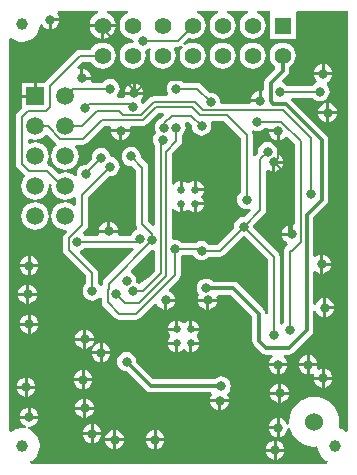
<source format=gbl>
%FSLAX25Y25*%
%MOIN*%
G70*
G01*
G75*
G04 Layer_Physical_Order=2*
G04 Layer_Color=16711680*
%ADD10R,0.17716X0.17716*%
%ADD11O,0.02559X0.00984*%
%ADD12O,0.00984X0.02559*%
%ADD13R,0.08661X0.08661*%
%ADD14O,0.03150X0.01496*%
%ADD15O,0.01496X0.03150*%
%ADD16R,0.05315X0.03740*%
%ADD17R,0.11811X0.00039*%
%ADD18R,0.01575X0.01575*%
%ADD19R,0.03937X0.14961*%
%ADD20R,0.14961X0.03937*%
%ADD21R,0.17913X0.03937*%
%ADD22R,0.03937X0.17913*%
%ADD23R,0.03937X0.03543*%
%ADD24R,0.03150X0.03543*%
%ADD25R,0.01969X0.02362*%
%ADD26R,0.02362X0.01969*%
%ADD27C,0.03937*%
%ADD28C,0.01969*%
%ADD29C,0.01000*%
%ADD30C,0.03937*%
%ADD31C,0.00787*%
%ADD32C,0.01181*%
G04:AMPARAMS|DCode=33|XSize=18.11mil|YSize=66.44mil|CornerRadius=0mil|HoleSize=0mil|Usage=FLASHONLY|Rotation=214.500|XOffset=0mil|YOffset=0mil|HoleType=Round|Shape=Rectangle|*
%AMROTATEDRECTD33*
4,1,4,-0.01135,0.03251,0.02628,-0.02225,0.01135,-0.03251,-0.02628,0.02225,-0.01135,0.03251,0.0*
%
%ADD33ROTATEDRECTD33*%

%ADD34R,0.01811X0.07992*%
%ADD35R,0.12598X0.05079*%
%ADD36R,0.12598X0.04764*%
%ADD37R,0.08583X0.15590*%
%ADD38R,1.00709X0.04764*%
%ADD39R,0.36142X0.03937*%
%ADD40R,0.19193X0.05079*%
%ADD41R,0.04724X0.03150*%
%ADD42R,0.03937X0.02913*%
%ADD43R,0.35500X0.02000*%
%ADD44C,0.05906*%
%ADD45R,0.05906X0.05906*%
%ADD46R,0.05512X0.05512*%
%ADD47C,0.05512*%
%ADD48C,0.06000*%
%ADD49C,0.02598*%
%ADD50C,0.03150*%
G36*
X384885Y278967D02*
X384180Y278615D01*
X383000Y279500D01*
X382049Y279690D01*
X381644Y280366D01*
X381648Y280379D01*
X381808Y282000D01*
X381648Y283621D01*
X381175Y285179D01*
X380408Y286615D01*
X379374Y287874D01*
X378116Y288908D01*
X376679Y289675D01*
X375121Y290148D01*
X373500Y290308D01*
X371879Y290148D01*
X370321Y289675D01*
X368884Y288908D01*
X367626Y287874D01*
X366592Y286615D01*
X365825Y285179D01*
X365352Y283621D01*
X365192Y282000D01*
X365276Y281149D01*
X364512Y280958D01*
X364251Y281588D01*
X363746Y282246D01*
X363088Y282751D01*
X362322Y283068D01*
X362000Y283111D01*
Y280000D01*
Y276889D01*
X362322Y276932D01*
X363088Y277249D01*
X363746Y277754D01*
X364251Y278412D01*
X364568Y279178D01*
X364672Y279968D01*
X365457Y280032D01*
X365825Y278821D01*
X366592Y277384D01*
X367626Y276126D01*
X368884Y275092D01*
X370321Y274325D01*
X371879Y273852D01*
X373500Y273692D01*
X374551Y273796D01*
X375000Y272000D01*
X376000Y270000D01*
X377500Y269000D01*
X377967Y268766D01*
X377786Y268000D01*
X278958D01*
X278832Y268777D01*
X279500Y269000D01*
X281000Y270500D01*
X282000Y273500D01*
Y274500D01*
X281500Y276500D01*
X280500Y278000D01*
X278500Y279500D01*
X278069Y279586D01*
X278198Y280363D01*
X278500Y280323D01*
X279322Y280432D01*
X280088Y280749D01*
X280746Y281254D01*
X281251Y281912D01*
X281569Y282678D01*
X281611Y283000D01*
X275389D01*
X275431Y282678D01*
X275749Y281912D01*
X276254Y281254D01*
X276912Y280749D01*
X277528Y280494D01*
Y280494D01*
X277528Y280494D01*
X277299Y279740D01*
X276000Y280000D01*
X274000Y279500D01*
X272285Y278643D01*
X271616Y279057D01*
Y409589D01*
X272310Y409960D01*
X273000Y409500D01*
X275000Y408500D01*
X276500D01*
X279500Y409500D01*
X281000Y411000D01*
X282000Y414000D01*
Y414101D01*
X282749Y414412D01*
X283254Y413754D01*
X283912Y413249D01*
X284678Y412931D01*
X285000Y412889D01*
Y416000D01*
X285500D01*
Y416500D01*
X288611D01*
X288568Y416822D01*
X288251Y417588D01*
X287799Y418178D01*
X287986Y418559D01*
X288236Y418885D01*
X301458D01*
X301611Y418112D01*
X300816Y417783D01*
X299911Y417089D01*
X299217Y416184D01*
X298781Y415131D01*
X298698Y414500D01*
X307302D01*
X307219Y415131D01*
X306783Y416184D01*
X306089Y417089D01*
X305184Y417783D01*
X304389Y418112D01*
X304542Y418885D01*
X311458D01*
X311611Y418112D01*
X310816Y417783D01*
X309911Y417089D01*
X309217Y416184D01*
X308781Y415131D01*
X308632Y414000D01*
X308781Y412870D01*
X309217Y411816D01*
X309911Y410911D01*
X310816Y410217D01*
X311870Y409781D01*
X312847Y409652D01*
X313327Y409027D01*
X313323Y409000D01*
X313327Y408973D01*
X312847Y408348D01*
X311870Y408219D01*
X310816Y407783D01*
X309911Y407089D01*
X309217Y406184D01*
X308781Y405130D01*
X308632Y404000D01*
X308781Y402870D01*
X309217Y401816D01*
X309911Y400911D01*
X310816Y400217D01*
X311870Y399781D01*
X313000Y399632D01*
X314130Y399781D01*
X315184Y400217D01*
X316089Y400911D01*
X316783Y401816D01*
X317219Y402870D01*
X317368Y404000D01*
X317219Y405130D01*
X317164Y405263D01*
X317465Y405991D01*
X318088Y406249D01*
X318576Y406623D01*
X319200Y406143D01*
X318781Y405130D01*
X318632Y404000D01*
X318781Y402870D01*
X319217Y401816D01*
X319911Y400911D01*
X320816Y400217D01*
X321869Y399781D01*
X323000Y399632D01*
X324131Y399781D01*
X325184Y400217D01*
X326089Y400911D01*
X326783Y401816D01*
X327219Y402870D01*
X327368Y404000D01*
X327219Y405130D01*
X326783Y406184D01*
X326704Y406287D01*
X327052Y406993D01*
X328000D01*
X328768Y407146D01*
X329194Y407431D01*
X329733Y406856D01*
X329217Y406184D01*
X328781Y405130D01*
X328632Y404000D01*
X328781Y402870D01*
X329217Y401816D01*
X329911Y400911D01*
X330816Y400217D01*
X331870Y399781D01*
X333000Y399632D01*
X334131Y399781D01*
X335184Y400217D01*
X336089Y400911D01*
X336783Y401816D01*
X337219Y402870D01*
X337368Y404000D01*
X337219Y405130D01*
X336783Y406184D01*
X336089Y407089D01*
X335184Y407783D01*
X334131Y408219D01*
X333000Y408368D01*
X331870Y408219D01*
X330816Y407783D01*
X330457Y407507D01*
X329938Y408099D01*
X331693Y409854D01*
X331870Y409781D01*
X333000Y409632D01*
X334131Y409781D01*
X335184Y410217D01*
X336089Y410911D01*
X336783Y411816D01*
X337219Y412870D01*
X337368Y414000D01*
X337219Y415131D01*
X336783Y416184D01*
X336089Y417089D01*
X335184Y417783D01*
X334389Y418112D01*
X334542Y418885D01*
X341458D01*
X341611Y418112D01*
X340816Y417783D01*
X339911Y417089D01*
X339217Y416184D01*
X338781Y415131D01*
X338632Y414000D01*
X338781Y412870D01*
X339217Y411816D01*
X339911Y410911D01*
X340816Y410217D01*
X341869Y409781D01*
X343000Y409632D01*
X344130Y409781D01*
X345184Y410217D01*
X346089Y410911D01*
X346783Y411816D01*
X347219Y412870D01*
X347368Y414000D01*
X347219Y415131D01*
X346783Y416184D01*
X346089Y417089D01*
X345184Y417783D01*
X344389Y418112D01*
X344542Y418885D01*
X351458D01*
X351611Y418112D01*
X350816Y417783D01*
X349911Y417089D01*
X349217Y416184D01*
X348781Y415131D01*
X348632Y414000D01*
X348781Y412870D01*
X349217Y411816D01*
X349911Y410911D01*
X350816Y410217D01*
X351870Y409781D01*
X353000Y409632D01*
X354131Y409781D01*
X355184Y410217D01*
X356089Y410911D01*
X356783Y411816D01*
X357219Y412870D01*
X357368Y414000D01*
X357219Y415131D01*
X356783Y416184D01*
X356089Y417089D01*
X355184Y417783D01*
X354389Y418112D01*
X354542Y418885D01*
X358669D01*
Y418885D01*
Y418331D01*
X358669Y418328D01*
X358669Y418328D01*
X358669D01*
Y409669D01*
X367331D01*
Y418328D01*
X367331D01*
X367331Y418328D01*
X367331Y418331D01*
X367885Y418885D01*
X384885D01*
Y278967D01*
D02*
G37*
%LPC*%
G36*
X277000Y296611D02*
X276678Y296568D01*
X275912Y296251D01*
X275254Y295746D01*
X274749Y295088D01*
X274431Y294322D01*
X274389Y294000D01*
X277000D01*
Y296611D01*
D02*
G37*
G36*
X379611Y296000D02*
X377000D01*
Y293389D01*
X377322Y293431D01*
X378088Y293749D01*
X378746Y294254D01*
X379251Y294912D01*
X379569Y295678D01*
X379611Y296000D01*
D02*
G37*
G36*
X376000D02*
X373389D01*
X373431Y295678D01*
X373749Y294912D01*
X374254Y294254D01*
X374912Y293749D01*
X375678Y293431D01*
X376000Y293389D01*
Y296000D01*
D02*
G37*
G36*
X278000Y296611D02*
Y294000D01*
X280611D01*
X280569Y294322D01*
X280251Y295088D01*
X279746Y295746D01*
X279088Y296251D01*
X278322Y296568D01*
X278000Y296611D01*
D02*
G37*
G36*
X297000Y299111D02*
Y296500D01*
X299611D01*
X299569Y296822D01*
X299251Y297588D01*
X298746Y298246D01*
X298088Y298751D01*
X297322Y299068D01*
X297000Y299111D01*
D02*
G37*
G36*
X296000D02*
X295678Y299068D01*
X294912Y298751D01*
X294254Y298246D01*
X293749Y297588D01*
X293431Y296822D01*
X293389Y296500D01*
X296000D01*
Y299111D01*
D02*
G37*
G36*
X374611Y300500D02*
X372000D01*
Y297889D01*
X372322Y297932D01*
X373015Y298219D01*
X373429Y297805D01*
X373561Y297634D01*
X373431Y297322D01*
X373389Y297000D01*
X376000D01*
Y299611D01*
X375678Y299569D01*
X374985Y299281D01*
X374571Y299695D01*
X374440Y299866D01*
X374569Y300178D01*
X374611Y300500D01*
D02*
G37*
G36*
X280611Y293000D02*
X278000D01*
Y290389D01*
X278322Y290431D01*
X279088Y290749D01*
X279746Y291254D01*
X280251Y291912D01*
X280569Y292678D01*
X280611Y293000D01*
D02*
G37*
G36*
X277000D02*
X274389D01*
X274431Y292678D01*
X274749Y291912D01*
X275254Y291254D01*
X275912Y290749D01*
X276678Y290431D01*
X277000Y290389D01*
Y293000D01*
D02*
G37*
G36*
X311000Y305177D02*
X310178Y305068D01*
X309412Y304751D01*
X308754Y304246D01*
X308249Y303588D01*
X307931Y302822D01*
X307823Y302000D01*
X307931Y301178D01*
X308249Y300412D01*
X308754Y299754D01*
X309412Y299249D01*
X310178Y298932D01*
X311000Y298823D01*
X311048Y298830D01*
X317470Y292407D01*
X317470Y292407D01*
X317470D01*
X317470Y292407D01*
X317470D01*
X317470Y292407D01*
Y292407D01*
Y292407D01*
D01*
D01*
X317470D01*
Y292407D01*
X318187Y291929D01*
X319032Y291761D01*
X339258D01*
X339606Y291055D01*
X339249Y290588D01*
X338931Y289822D01*
X338889Y289500D01*
X345111D01*
X345069Y289822D01*
X344751Y290588D01*
X344552Y290847D01*
X344655Y291628D01*
X344778Y291722D01*
X345283Y292380D01*
X345600Y293146D01*
X345708Y293969D01*
X345600Y294791D01*
X345283Y295557D01*
X344778Y296215D01*
X344120Y296720D01*
X343354Y297037D01*
X342531Y297145D01*
X341709Y297037D01*
X340943Y296720D01*
X340285Y296215D01*
X340256Y296176D01*
X319946D01*
X314170Y301952D01*
X314177Y302000D01*
X314069Y302822D01*
X313751Y303588D01*
X313246Y304246D01*
X312588Y304751D01*
X311822Y305068D01*
X311000Y305177D01*
D02*
G37*
G36*
X361500Y294611D02*
X361178Y294568D01*
X360412Y294251D01*
X359754Y293746D01*
X359249Y293088D01*
X358931Y292322D01*
X358889Y292000D01*
X361500D01*
Y294611D01*
D02*
G37*
G36*
X299611Y295500D02*
X297000D01*
Y292889D01*
X297322Y292932D01*
X298088Y293249D01*
X298746Y293754D01*
X299251Y294412D01*
X299569Y295178D01*
X299611Y295500D01*
D02*
G37*
G36*
X296000D02*
X293389D01*
X293431Y295178D01*
X293749Y294412D01*
X294254Y293754D01*
X294912Y293249D01*
X295678Y292932D01*
X296000Y292889D01*
Y295500D01*
D02*
G37*
G36*
X362500Y294611D02*
Y292000D01*
X365111D01*
X365069Y292322D01*
X364751Y293088D01*
X364246Y293746D01*
X363588Y294251D01*
X362822Y294568D01*
X362500Y294611D01*
D02*
G37*
G36*
X335195Y307638D02*
X332862D01*
Y305305D01*
X333113Y305338D01*
X333812Y305627D01*
X334412Y306088D01*
X334873Y306688D01*
X335162Y307387D01*
X335195Y307638D01*
D02*
G37*
G36*
X327138D02*
X324805D01*
X324838Y307387D01*
X325127Y306688D01*
X325588Y306088D01*
X326188Y305627D01*
X326887Y305338D01*
X327138Y305305D01*
Y307638D01*
D02*
G37*
G36*
X305611Y304500D02*
X303000D01*
Y301889D01*
X303322Y301932D01*
X304088Y302249D01*
X304746Y302754D01*
X305251Y303412D01*
X305569Y304178D01*
X305611Y304500D01*
D02*
G37*
G36*
X302000Y308111D02*
X301678Y308068D01*
X300912Y307751D01*
X300254Y307246D01*
X299749Y306588D01*
X299431Y305822D01*
X299389Y305500D01*
X302000D01*
Y308111D01*
D02*
G37*
G36*
X300111Y309000D02*
X297500D01*
Y306389D01*
X297822Y306432D01*
X298588Y306749D01*
X299246Y307254D01*
X299751Y307912D01*
X300068Y308678D01*
X300111Y309000D01*
D02*
G37*
G36*
X296500D02*
X293889D01*
X293932Y308678D01*
X294249Y307912D01*
X294754Y307254D01*
X295412Y306749D01*
X296178Y306432D01*
X296500Y306389D01*
Y309000D01*
D02*
G37*
G36*
X303000Y308111D02*
Y305500D01*
X305611D01*
X305569Y305822D01*
X305251Y306588D01*
X304746Y307246D01*
X304088Y307751D01*
X303322Y308068D01*
X303000Y308111D01*
D02*
G37*
G36*
X364611Y300500D02*
X362000D01*
Y297889D01*
X362322Y297932D01*
X363088Y298249D01*
X363746Y298754D01*
X364251Y299412D01*
X364568Y300178D01*
X364611Y300500D01*
D02*
G37*
G36*
X361000D02*
X358389D01*
X358432Y300178D01*
X358749Y299412D01*
X359254Y298754D01*
X359912Y298249D01*
X360678Y297932D01*
X361000Y297889D01*
Y300500D01*
D02*
G37*
G36*
X377000Y299611D02*
Y297000D01*
X379611D01*
X379569Y297322D01*
X379251Y298088D01*
X378746Y298746D01*
X378088Y299251D01*
X377322Y299569D01*
X377000Y299611D01*
D02*
G37*
G36*
X371000Y300500D02*
X368389D01*
X368431Y300178D01*
X368749Y299412D01*
X369254Y298754D01*
X369912Y298249D01*
X370678Y297932D01*
X371000Y297889D01*
Y300500D01*
D02*
G37*
G36*
X302000Y304500D02*
X299389D01*
X299431Y304178D01*
X299749Y303412D01*
X300254Y302754D01*
X300912Y302249D01*
X301678Y301932D01*
X302000Y301889D01*
Y304500D01*
D02*
G37*
G36*
X372000Y304111D02*
Y301500D01*
X374611D01*
X374569Y301822D01*
X374251Y302588D01*
X373746Y303246D01*
X373088Y303751D01*
X372322Y304068D01*
X372000Y304111D01*
D02*
G37*
G36*
X371000D02*
X370678Y304068D01*
X369912Y303751D01*
X369254Y303246D01*
X368749Y302588D01*
X368431Y301822D01*
X368389Y301500D01*
X371000D01*
Y304111D01*
D02*
G37*
G36*
X302611Y277500D02*
X300000D01*
Y274889D01*
X300322Y274932D01*
X301088Y275249D01*
X301746Y275754D01*
X302251Y276412D01*
X302569Y277178D01*
X302611Y277500D01*
D02*
G37*
G36*
X299000D02*
X296389D01*
X296431Y277178D01*
X296749Y276412D01*
X297254Y275754D01*
X297912Y275249D01*
X298678Y274932D01*
X299000Y274889D01*
Y277500D01*
D02*
G37*
G36*
X361000Y275611D02*
Y273000D01*
X363611D01*
X363568Y273322D01*
X363251Y274088D01*
X362746Y274746D01*
X362088Y275251D01*
X361322Y275569D01*
X361000Y275611D01*
D02*
G37*
G36*
X306500Y279111D02*
X306178Y279068D01*
X305412Y278751D01*
X304754Y278246D01*
X304249Y277588D01*
X303931Y276822D01*
X303889Y276500D01*
X306500D01*
Y279111D01*
D02*
G37*
G36*
X321000D02*
Y276500D01*
X323611D01*
X323569Y276822D01*
X323251Y277588D01*
X322746Y278246D01*
X322088Y278751D01*
X321322Y279068D01*
X321000Y279111D01*
D02*
G37*
G36*
X320000D02*
X319678Y279068D01*
X318912Y278751D01*
X318254Y278246D01*
X317749Y277588D01*
X317431Y276822D01*
X317389Y276500D01*
X320000D01*
Y279111D01*
D02*
G37*
G36*
X307500D02*
Y276500D01*
X310111D01*
X310068Y276822D01*
X309751Y277588D01*
X309246Y278246D01*
X308588Y278751D01*
X307822Y279068D01*
X307500Y279111D01*
D02*
G37*
G36*
X306500Y275500D02*
X303889D01*
X303931Y275178D01*
X304249Y274412D01*
X304754Y273754D01*
X305412Y273249D01*
X306178Y272932D01*
X306500Y272889D01*
Y275500D01*
D02*
G37*
G36*
X363611Y272000D02*
X361000D01*
Y269389D01*
X361322Y269431D01*
X362088Y269749D01*
X362746Y270254D01*
X363251Y270912D01*
X363568Y271678D01*
X363611Y272000D01*
D02*
G37*
G36*
X360000D02*
X357389D01*
X357432Y271678D01*
X357749Y270912D01*
X358254Y270254D01*
X358912Y269749D01*
X359678Y269431D01*
X360000Y269389D01*
Y272000D01*
D02*
G37*
G36*
X310111Y275500D02*
X307500D01*
Y272889D01*
X307822Y272932D01*
X308588Y273249D01*
X309246Y273754D01*
X309751Y274412D01*
X310068Y275178D01*
X310111Y275500D01*
D02*
G37*
G36*
X360000Y275611D02*
X359678Y275569D01*
X358912Y275251D01*
X358254Y274746D01*
X357749Y274088D01*
X357432Y273322D01*
X357389Y273000D01*
X360000D01*
Y275611D01*
D02*
G37*
G36*
X323611Y275500D02*
X321000D01*
Y272889D01*
X321322Y272932D01*
X322088Y273249D01*
X322746Y273754D01*
X323251Y274412D01*
X323569Y275178D01*
X323611Y275500D01*
D02*
G37*
G36*
X320000D02*
X317389D01*
X317431Y275178D01*
X317749Y274412D01*
X318254Y273754D01*
X318912Y273249D01*
X319678Y272932D01*
X320000Y272889D01*
Y275500D01*
D02*
G37*
G36*
X345111Y288500D02*
X342500D01*
Y285889D01*
X342822Y285931D01*
X343588Y286249D01*
X344246Y286754D01*
X344751Y287412D01*
X345069Y288178D01*
X345111Y288500D01*
D02*
G37*
G36*
X341500D02*
X338889D01*
X338931Y288178D01*
X339249Y287412D01*
X339754Y286754D01*
X340412Y286249D01*
X341178Y285931D01*
X341500Y285889D01*
Y288500D01*
D02*
G37*
G36*
X279000Y286611D02*
Y284000D01*
X281611D01*
X281569Y284322D01*
X281251Y285088D01*
X280746Y285746D01*
X280088Y286251D01*
X279322Y286568D01*
X279000Y286611D01*
D02*
G37*
G36*
X296500Y289611D02*
X296178Y289568D01*
X295412Y289251D01*
X294754Y288746D01*
X294249Y288088D01*
X293932Y287322D01*
X293889Y287000D01*
X296500D01*
Y289611D01*
D02*
G37*
G36*
X365111Y291000D02*
X362500D01*
Y288389D01*
X362822Y288432D01*
X363588Y288749D01*
X364246Y289254D01*
X364751Y289912D01*
X365069Y290678D01*
X365111Y291000D01*
D02*
G37*
G36*
X361500D02*
X358889D01*
X358931Y290678D01*
X359249Y289912D01*
X359754Y289254D01*
X360412Y288749D01*
X361178Y288432D01*
X361500Y288389D01*
Y291000D01*
D02*
G37*
G36*
X297500Y289611D02*
Y287000D01*
X300111D01*
X300068Y287322D01*
X299751Y288088D01*
X299246Y288746D01*
X298588Y289251D01*
X297822Y289568D01*
X297500Y289611D01*
D02*
G37*
G36*
X300000Y281111D02*
Y278500D01*
X302611D01*
X302569Y278822D01*
X302251Y279588D01*
X301746Y280246D01*
X301088Y280751D01*
X300322Y281068D01*
X300000Y281111D01*
D02*
G37*
G36*
X299000D02*
X298678Y281068D01*
X297912Y280751D01*
X297254Y280246D01*
X296749Y279588D01*
X296431Y278822D01*
X296389Y278500D01*
X299000D01*
Y281111D01*
D02*
G37*
G36*
X361000Y279500D02*
X358389D01*
X358432Y279178D01*
X358749Y278412D01*
X359254Y277754D01*
X359912Y277249D01*
X360678Y276932D01*
X361000Y276889D01*
Y279500D01*
D02*
G37*
G36*
Y283111D02*
X360678Y283068D01*
X359912Y282751D01*
X359254Y282246D01*
X358749Y281588D01*
X358432Y280822D01*
X358389Y280500D01*
X361000D01*
Y283111D01*
D02*
G37*
G36*
X278000Y286611D02*
X277678Y286568D01*
X276912Y286251D01*
X276254Y285746D01*
X275749Y285088D01*
X275431Y284322D01*
X275389Y284000D01*
X278000D01*
Y286611D01*
D02*
G37*
G36*
X300111Y286000D02*
X297500D01*
Y283389D01*
X297822Y283432D01*
X298588Y283749D01*
X299246Y284254D01*
X299751Y284912D01*
X300068Y285678D01*
X300111Y286000D01*
D02*
G37*
G36*
X296500D02*
X293889D01*
X293932Y285678D01*
X294249Y284912D01*
X294754Y284254D01*
X295412Y283749D01*
X296178Y283432D01*
X296500Y283389D01*
Y286000D01*
D02*
G37*
G36*
X377500Y388111D02*
X377178Y388069D01*
X376412Y387751D01*
X375754Y387246D01*
X375249Y386588D01*
X374932Y385822D01*
X374889Y385500D01*
X377500D01*
Y388111D01*
D02*
G37*
G36*
X381111Y384500D02*
X378500D01*
Y381889D01*
X378822Y381931D01*
X379588Y382249D01*
X380246Y382754D01*
X380751Y383412D01*
X381068Y384178D01*
X381111Y384500D01*
D02*
G37*
G36*
X378500Y388111D02*
Y385500D01*
X381111D01*
X381068Y385822D01*
X380751Y386588D01*
X380246Y387246D01*
X379588Y387751D01*
X378822Y388069D01*
X378500Y388111D01*
D02*
G37*
G36*
X280000Y395028D02*
X275972D01*
Y391000D01*
X280000D01*
Y395028D01*
D02*
G37*
G36*
X355000Y392111D02*
X354678Y392069D01*
X353912Y391751D01*
X353254Y391246D01*
X352749Y390588D01*
X352432Y389822D01*
X352389Y389500D01*
X355000D01*
Y392111D01*
D02*
G37*
G36*
X279000Y337111D02*
Y334500D01*
X281611D01*
X281569Y334822D01*
X281251Y335588D01*
X280746Y336246D01*
X280088Y336751D01*
X279322Y337069D01*
X279000Y337111D01*
D02*
G37*
G36*
X278000D02*
X277678Y337069D01*
X276912Y336751D01*
X276254Y336246D01*
X275749Y335588D01*
X275431Y334822D01*
X275389Y334500D01*
X278000D01*
Y337111D01*
D02*
G37*
G36*
X376500Y337611D02*
Y335000D01*
X379111D01*
X379068Y335322D01*
X378751Y336088D01*
X378246Y336746D01*
X377588Y337251D01*
X376822Y337568D01*
X376500Y337611D01*
D02*
G37*
G36*
X377500Y384500D02*
X374889D01*
X374932Y384178D01*
X375249Y383412D01*
X375754Y382754D01*
X376412Y382249D01*
X377178Y381931D01*
X377500Y381889D01*
Y384500D01*
D02*
G37*
G36*
X280500Y355067D02*
X279318Y354911D01*
X278217Y354455D01*
X277271Y353729D01*
X276545Y352783D01*
X276089Y351682D01*
X275933Y350500D01*
X276089Y349318D01*
X276545Y348217D01*
X277271Y347271D01*
X278217Y346545D01*
X279318Y346089D01*
X280500Y345933D01*
X281682Y346089D01*
X282783Y346545D01*
X283729Y347271D01*
X284455Y348217D01*
X284911Y349318D01*
X285067Y350500D01*
X284911Y351682D01*
X284455Y352783D01*
X283729Y353729D01*
X282783Y354455D01*
X281682Y354911D01*
X280500Y355067D01*
D02*
G37*
G36*
X313000Y394611D02*
X312678Y394568D01*
X311912Y394251D01*
X311254Y393746D01*
X310749Y393088D01*
X310432Y392322D01*
X310389Y392000D01*
X313000D01*
Y394611D01*
D02*
G37*
G36*
X353000Y408368D02*
X351870Y408219D01*
X350816Y407783D01*
X349911Y407089D01*
X349217Y406184D01*
X348781Y405130D01*
X348632Y404000D01*
X348781Y402870D01*
X349217Y401816D01*
X349911Y400911D01*
X350816Y400217D01*
X351870Y399781D01*
X353000Y399632D01*
X354131Y399781D01*
X355184Y400217D01*
X356089Y400911D01*
X356783Y401816D01*
X357219Y402870D01*
X357368Y404000D01*
X357219Y405130D01*
X356783Y406184D01*
X356089Y407089D01*
X355184Y407783D01*
X354131Y408219D01*
X353000Y408368D01*
D02*
G37*
G36*
X343000D02*
X341869Y408219D01*
X340816Y407783D01*
X339911Y407089D01*
X339217Y406184D01*
X338781Y405130D01*
X338632Y404000D01*
X338781Y402870D01*
X339217Y401816D01*
X339911Y400911D01*
X340816Y400217D01*
X341869Y399781D01*
X343000Y399632D01*
X344130Y399781D01*
X345184Y400217D01*
X346089Y400911D01*
X346783Y401816D01*
X347219Y402870D01*
X347368Y404000D01*
X347219Y405130D01*
X346783Y406184D01*
X346089Y407089D01*
X345184Y407783D01*
X344130Y408219D01*
X343000Y408368D01*
D02*
G37*
G36*
X302500Y413500D02*
X298698D01*
X298781Y412870D01*
X299217Y411816D01*
X299911Y410911D01*
X300816Y410217D01*
X301870Y409781D01*
X302500Y409698D01*
Y413500D01*
D02*
G37*
G36*
X288611Y415500D02*
X286000D01*
Y412889D01*
X286322Y412931D01*
X287088Y413249D01*
X287746Y413754D01*
X288251Y414412D01*
X288568Y415178D01*
X288611Y415500D01*
D02*
G37*
G36*
X307302Y413500D02*
X303500D01*
Y409698D01*
X304131Y409781D01*
X305184Y410217D01*
X306089Y410911D01*
X306783Y411816D01*
X307219Y412870D01*
X307302Y413500D01*
D02*
G37*
G36*
X296500Y399611D02*
Y397000D01*
X299111D01*
X299068Y397322D01*
X298751Y398088D01*
X298246Y398746D01*
X297588Y399251D01*
X296822Y399569D01*
X296500Y399611D01*
D02*
G37*
G36*
X314000Y394611D02*
Y392000D01*
X316611D01*
X316568Y392322D01*
X316251Y393088D01*
X315746Y393746D01*
X315088Y394251D01*
X314322Y394568D01*
X314000Y394611D01*
D02*
G37*
G36*
X376000Y401111D02*
X375678Y401068D01*
X374912Y400751D01*
X374254Y400246D01*
X373749Y399588D01*
X373431Y398822D01*
X373389Y398500D01*
X376000D01*
Y401111D01*
D02*
G37*
G36*
X363000Y408368D02*
X361870Y408219D01*
X360816Y407783D01*
X359911Y407089D01*
X359217Y406184D01*
X358781Y405130D01*
X358632Y404000D01*
X358781Y402870D01*
X359217Y401816D01*
X359911Y400911D01*
X360500Y400459D01*
X360552Y399674D01*
X357439Y396561D01*
X356960Y395845D01*
X356792Y395000D01*
Y392604D01*
X356200Y392085D01*
X356000Y392111D01*
Y389000D01*
X355500D01*
Y388500D01*
X352389D01*
X352410Y388343D01*
X351890Y387751D01*
X342675D01*
X342156Y388343D01*
X342177Y388500D01*
X342069Y389322D01*
X341751Y390088D01*
X341246Y390746D01*
X340588Y391251D01*
X339822Y391568D01*
X339000Y391677D01*
X338701Y391637D01*
X335919Y394419D01*
X335268Y394854D01*
X334500Y395007D01*
X329930D01*
X329746Y395246D01*
X329088Y395751D01*
X328322Y396069D01*
X327500Y396177D01*
X326678Y396069D01*
X325912Y395751D01*
X325254Y395246D01*
X324749Y394588D01*
X324431Y393822D01*
X324323Y393000D01*
X324431Y392178D01*
X324749Y391412D01*
X324901Y391213D01*
X324553Y390507D01*
X320000D01*
X319232Y390354D01*
X318581Y389919D01*
X316691Y388030D01*
X315919Y388183D01*
X315751Y388588D01*
X315672Y388691D01*
X315746Y389254D01*
X316251Y389912D01*
X316568Y390678D01*
X316611Y391000D01*
X310389D01*
X310432Y390678D01*
X310438Y390662D01*
X310001Y390007D01*
X307998D01*
X307745Y390753D01*
X307746Y390754D01*
X308251Y391412D01*
X308569Y392178D01*
X308677Y393000D01*
X308569Y393822D01*
X308251Y394588D01*
X307746Y395246D01*
X307088Y395751D01*
X306322Y396069D01*
X305500Y396177D01*
X304678Y396069D01*
X303912Y395751D01*
X303254Y395246D01*
X303070Y395007D01*
X299499D01*
X299062Y395662D01*
X299068Y395678D01*
X299111Y396000D01*
X296000D01*
Y396500D01*
X295500D01*
Y399611D01*
X295178Y399569D01*
X294873Y399442D01*
X294435Y400097D01*
X296331Y401993D01*
X299144D01*
X299217Y401816D01*
X299911Y400911D01*
X300816Y400217D01*
X301870Y399781D01*
X303000Y399632D01*
X304131Y399781D01*
X305184Y400217D01*
X306089Y400911D01*
X306783Y401816D01*
X307219Y402870D01*
X307368Y404000D01*
X307219Y405130D01*
X306783Y406184D01*
X306089Y407089D01*
X305184Y407783D01*
X304131Y408219D01*
X303000Y408368D01*
X301870Y408219D01*
X300816Y407783D01*
X299911Y407089D01*
X299217Y406184D01*
X299144Y406007D01*
X295500D01*
X294732Y405854D01*
X294081Y405419D01*
X284081Y395419D01*
X283819Y395028D01*
X281000D01*
Y390500D01*
X280500D01*
Y390000D01*
X275972D01*
Y386311D01*
X274581Y384919D01*
X274146Y384268D01*
X273993Y383500D01*
Y368000D01*
X273993Y368000D01*
X273993D01*
X274146Y367232D01*
X274581Y366581D01*
X277081Y364081D01*
X277271Y363729D01*
X277271Y363729D01*
X277271D01*
X276545Y362783D01*
X276089Y361682D01*
X275933Y360500D01*
X276089Y359318D01*
X276545Y358217D01*
X277271Y357271D01*
X278217Y356545D01*
X279318Y356089D01*
X280500Y355933D01*
X281682Y356089D01*
X282783Y356545D01*
X283729Y357271D01*
X284455Y358217D01*
X284911Y359318D01*
X285067Y360500D01*
X284985Y361122D01*
X285338Y361297D01*
X285978Y360838D01*
X285933Y360500D01*
X286089Y359318D01*
X286545Y358217D01*
X287271Y357271D01*
X288217Y356545D01*
X289318Y356089D01*
X290500Y355933D01*
X291682Y356089D01*
X292783Y356545D01*
X293389Y357010D01*
X294095Y356662D01*
Y354338D01*
X293389Y353990D01*
X292783Y354455D01*
X291682Y354911D01*
X290500Y355067D01*
X289318Y354911D01*
X288217Y354455D01*
X287271Y353729D01*
X286545Y352783D01*
X286089Y351682D01*
X285933Y350500D01*
X286089Y349318D01*
X286545Y348217D01*
X287271Y347271D01*
X288217Y346545D01*
X289318Y346089D01*
X290500Y345933D01*
X290665Y345955D01*
X291013Y345249D01*
X290325Y344561D01*
X289890Y343910D01*
X289737Y343142D01*
Y339244D01*
X289737Y339244D01*
X289737D01*
X289890Y338476D01*
X290325Y337825D01*
X297493Y330657D01*
Y327930D01*
X297254Y327746D01*
X296749Y327088D01*
X296431Y326322D01*
X296323Y325500D01*
X296431Y324678D01*
X296749Y323912D01*
X297254Y323254D01*
X297912Y322749D01*
X298678Y322431D01*
X299500Y322323D01*
X300322Y322431D01*
X301088Y322749D01*
X301746Y323254D01*
X301991Y323573D01*
X302737Y323320D01*
Y321756D01*
X302890Y320988D01*
X303325Y320337D01*
X307081Y316581D01*
X307732Y316146D01*
X307859Y316120D01*
X308500Y315993D01*
X314000D01*
X314768Y316146D01*
X315419Y316581D01*
X320309Y321470D01*
X321081Y321317D01*
X321249Y320912D01*
X321754Y320254D01*
X322412Y319749D01*
X323178Y319431D01*
X323500Y319389D01*
Y322500D01*
X324000D01*
Y323000D01*
X327111D01*
X327068Y323322D01*
X326751Y324088D01*
X326246Y324746D01*
X325588Y325251D01*
X325183Y325419D01*
X325030Y326191D01*
X328419Y329581D01*
X328854Y330232D01*
X329007Y331000D01*
X329007Y331000D01*
X329007Y331000D01*
Y331000D01*
Y337070D01*
X329246Y337254D01*
X329430Y337493D01*
X333215D01*
X333249Y337412D01*
X333754Y336754D01*
X334412Y336249D01*
X335178Y335931D01*
X336000Y335823D01*
X336822Y335931D01*
X337588Y336249D01*
X338246Y336754D01*
X338430Y336993D01*
X342000D01*
X342768Y337146D01*
X343419Y337581D01*
X349701Y343863D01*
X350000Y343823D01*
X350299Y343863D01*
X357993Y336169D01*
Y318000D01*
X357208D01*
X357040Y318845D01*
X356561Y319561D01*
X348061Y328061D01*
X347345Y328540D01*
X346500Y328708D01*
X339776D01*
X339746Y328746D01*
X339088Y329251D01*
X338322Y329569D01*
X337500Y329677D01*
X336678Y329569D01*
X335912Y329251D01*
X335254Y328746D01*
X334749Y328088D01*
X334432Y327322D01*
X334323Y326500D01*
X334432Y325678D01*
X334749Y324912D01*
X335254Y324254D01*
X335272Y324118D01*
X335249Y324088D01*
X334931Y323322D01*
X334889Y323000D01*
X341111D01*
X341069Y323322D01*
X340938Y323638D01*
X341375Y324292D01*
X345585D01*
X352792Y317086D01*
Y309000D01*
X352960Y308155D01*
X353439Y307439D01*
X353439Y307439D01*
X353439Y307439D01*
X355939Y304939D01*
X356655Y304460D01*
X357500Y304292D01*
X359392D01*
X359645Y303547D01*
X359254Y303246D01*
X358749Y302588D01*
X358432Y301822D01*
X358389Y301500D01*
X364611D01*
X364568Y301822D01*
X364251Y302588D01*
X363746Y303246D01*
X363355Y303547D01*
X363608Y304292D01*
X365000D01*
X365845Y304460D01*
X366561Y304939D01*
X372561Y310939D01*
X373040Y311655D01*
X373208Y312500D01*
Y318907D01*
X373980Y319060D01*
X374249Y318412D01*
X374754Y317754D01*
X375412Y317249D01*
X376178Y316932D01*
X376500Y316889D01*
Y320000D01*
Y323111D01*
X376178Y323068D01*
X375412Y322751D01*
X374754Y322246D01*
X374249Y321588D01*
X373980Y320939D01*
X373208Y321093D01*
Y331782D01*
X373914Y332131D01*
X374412Y331749D01*
X375178Y331432D01*
X375500Y331389D01*
Y334500D01*
Y337611D01*
X375178Y337568D01*
X374412Y337251D01*
X373914Y336869D01*
X373208Y337218D01*
Y350074D01*
X377561Y354427D01*
X377561Y354427D01*
X377561Y354427D01*
X378040Y355143D01*
X378208Y355988D01*
Y376000D01*
X378040Y376845D01*
X377561Y377561D01*
X365857Y389265D01*
X366158Y389993D01*
X373070D01*
X373254Y389754D01*
X373912Y389249D01*
X374678Y388931D01*
X375500Y388823D01*
X376322Y388931D01*
X377088Y389249D01*
X377746Y389754D01*
X378251Y390412D01*
X378569Y391178D01*
X378677Y392000D01*
X378569Y392822D01*
X378251Y393588D01*
X377746Y394246D01*
X377642Y394326D01*
X377745Y395107D01*
X378088Y395249D01*
X378746Y395754D01*
X379251Y396412D01*
X379569Y397178D01*
X379611Y397500D01*
X373389D01*
X373431Y397178D01*
X373749Y396412D01*
X374254Y395754D01*
X374358Y395674D01*
X374255Y394893D01*
X373912Y394751D01*
X373254Y394246D01*
X373070Y394007D01*
X364430D01*
X364246Y394246D01*
X363588Y394751D01*
X363030Y394982D01*
X362877Y395755D01*
X364561Y397439D01*
X365040Y398155D01*
X365208Y399000D01*
X365208Y399000D01*
X365208Y399000D01*
Y399000D01*
Y400235D01*
X366089Y400911D01*
X366783Y401816D01*
X367219Y402870D01*
X367368Y404000D01*
X367219Y405130D01*
X366783Y406184D01*
X366089Y407089D01*
X365184Y407783D01*
X364130Y408219D01*
X363000Y408368D01*
D02*
G37*
G36*
X377000Y401111D02*
Y398500D01*
X379611D01*
X379569Y398822D01*
X379251Y399588D01*
X378746Y400246D01*
X378088Y400751D01*
X377322Y401068D01*
X377000Y401111D01*
D02*
G37*
G36*
X379111Y334000D02*
X376500D01*
Y331389D01*
X376822Y331432D01*
X377588Y331749D01*
X378246Y332254D01*
X378751Y332912D01*
X379068Y333678D01*
X379111Y334000D01*
D02*
G37*
G36*
X327111Y322000D02*
X324500D01*
Y319389D01*
X324822Y319431D01*
X325588Y319749D01*
X326246Y320254D01*
X326751Y320912D01*
X327068Y321678D01*
X327111Y322000D01*
D02*
G37*
G36*
X337500D02*
X334889D01*
X334931Y321678D01*
X335249Y320912D01*
X335754Y320254D01*
X336412Y319749D01*
X337178Y319431D01*
X337500Y319389D01*
Y322000D01*
D02*
G37*
G36*
X380111Y319500D02*
X377500D01*
Y316889D01*
X377822Y316932D01*
X378588Y317249D01*
X379246Y317754D01*
X379751Y318412D01*
X380068Y319178D01*
X380111Y319500D01*
D02*
G37*
G36*
X278000Y317611D02*
X277678Y317568D01*
X276912Y317251D01*
X276254Y316746D01*
X275749Y316088D01*
X275431Y315322D01*
X275389Y315000D01*
X278000D01*
Y317611D01*
D02*
G37*
G36*
X279000D02*
Y315000D01*
X281611D01*
X281569Y315322D01*
X281251Y316088D01*
X280746Y316746D01*
X280088Y317251D01*
X279322Y317568D01*
X279000Y317611D01*
D02*
G37*
G36*
X281111Y324000D02*
X278500D01*
Y321389D01*
X278822Y321431D01*
X279588Y321749D01*
X280246Y322254D01*
X280751Y322912D01*
X281068Y323678D01*
X281111Y324000D01*
D02*
G37*
G36*
X277500D02*
X274889D01*
X274932Y323678D01*
X275249Y322912D01*
X275754Y322254D01*
X276412Y321749D01*
X277178Y321431D01*
X277500Y321389D01*
Y324000D01*
D02*
G37*
G36*
Y327611D02*
X277178Y327569D01*
X276412Y327251D01*
X275754Y326746D01*
X275249Y326088D01*
X274932Y325322D01*
X274889Y325000D01*
X277500D01*
Y327611D01*
D02*
G37*
G36*
X341111Y322000D02*
X338500D01*
Y319389D01*
X338822Y319431D01*
X339588Y319749D01*
X340246Y320254D01*
X340751Y320912D01*
X341069Y321678D01*
X341111Y322000D01*
D02*
G37*
G36*
X377500Y323111D02*
Y320500D01*
X380111D01*
X380068Y320822D01*
X379751Y321588D01*
X379246Y322246D01*
X378588Y322751D01*
X377822Y323068D01*
X377500Y323111D01*
D02*
G37*
G36*
X297500Y312611D02*
Y310000D01*
X300111D01*
X300068Y310322D01*
X299751Y311088D01*
X299246Y311746D01*
X298588Y312251D01*
X297822Y312568D01*
X297500Y312611D01*
D02*
G37*
G36*
X278000Y314000D02*
X275389D01*
X275431Y313678D01*
X275749Y312912D01*
X276254Y312254D01*
X276912Y311749D01*
X277678Y311432D01*
X278000Y311389D01*
Y314000D01*
D02*
G37*
G36*
X296500Y312611D02*
X296178Y312568D01*
X295412Y312251D01*
X294754Y311746D01*
X294249Y311088D01*
X293932Y310322D01*
X293889Y310000D01*
X296500D01*
Y312611D01*
D02*
G37*
G36*
X281611Y333500D02*
X279000D01*
Y330889D01*
X279322Y330931D01*
X280088Y331249D01*
X280746Y331754D01*
X281251Y332412D01*
X281569Y333178D01*
X281611Y333500D01*
D02*
G37*
G36*
X278000D02*
X275389D01*
X275431Y333178D01*
X275749Y332412D01*
X276254Y331754D01*
X276912Y331249D01*
X277678Y330931D01*
X278000Y330889D01*
Y333500D01*
D02*
G37*
G36*
X332862Y315695D02*
Y313362D01*
X335195D01*
X335162Y313613D01*
X334873Y314312D01*
X334412Y314912D01*
X333812Y315373D01*
X333113Y315662D01*
X332862Y315695D01*
D02*
G37*
G36*
X331862D02*
X331612Y315662D01*
X330913Y315373D01*
X330312Y314912D01*
X329688D01*
X329087Y315373D01*
X328388Y315662D01*
X328138Y315695D01*
Y312862D01*
X327638D01*
Y312362D01*
X324805D01*
X324838Y312112D01*
X325127Y311413D01*
X325588Y310812D01*
Y310188D01*
X325127Y309587D01*
X324838Y308888D01*
X324805Y308638D01*
X327638D01*
Y308138D01*
X328138D01*
Y305305D01*
X328388Y305338D01*
X329087Y305627D01*
X329688Y306088D01*
X330312D01*
X330913Y305627D01*
X331612Y305338D01*
X331862Y305305D01*
Y308138D01*
X332362D01*
Y308638D01*
X335195D01*
X335162Y308888D01*
X334873Y309587D01*
X334412Y310188D01*
Y310812D01*
X334873Y311413D01*
X335162Y312112D01*
X335195Y312362D01*
X332362D01*
Y312862D01*
X331862D01*
Y315695D01*
D02*
G37*
G36*
X327138D02*
X326887Y315662D01*
X326188Y315373D01*
X325588Y314912D01*
X325127Y314312D01*
X324838Y313613D01*
X324805Y313362D01*
X327138D01*
Y315695D01*
D02*
G37*
G36*
X278500Y327611D02*
Y325000D01*
X281111D01*
X281068Y325322D01*
X280751Y326088D01*
X280246Y326746D01*
X279588Y327251D01*
X278822Y327569D01*
X278500Y327611D01*
D02*
G37*
G36*
X281611Y314000D02*
X279000D01*
Y311389D01*
X279322Y311432D01*
X280088Y311749D01*
X280746Y312254D01*
X281251Y312912D01*
X281569Y313678D01*
X281611Y314000D01*
D02*
G37*
%LPD*%
G36*
X313427Y339265D02*
X303581Y329419D01*
X303146Y328768D01*
X302993Y328000D01*
Y327396D01*
X302336Y327123D01*
X302247Y327093D01*
X301746Y327746D01*
X301507Y327930D01*
Y331488D01*
X301380Y332129D01*
X301354Y332256D01*
X300919Y332907D01*
X295521Y338305D01*
X295675Y339078D01*
X296088Y339249D01*
X296746Y339754D01*
X296930Y339993D01*
X313126D01*
X313427Y339265D01*
D02*
G37*
G36*
X320418Y338847D02*
Y332257D01*
X318090Y329928D01*
X315246Y327746D01*
X314588Y328251D01*
X314105Y328452D01*
X314177Y329000D01*
X314069Y329822D01*
X313751Y330588D01*
X313246Y331246D01*
X312588Y331751D01*
X312537Y331772D01*
X312383Y332545D01*
X319201Y339363D01*
X319500Y339323D01*
X319826Y339366D01*
X320418Y338847D01*
D02*
G37*
G36*
X348993Y376669D02*
Y358430D01*
X348754Y358246D01*
X348249Y357588D01*
X347932Y356822D01*
X347823Y356000D01*
X347932Y355178D01*
X348249Y354412D01*
X348754Y353754D01*
X349412Y353249D01*
X350178Y352931D01*
X351000Y352823D01*
X351822Y352931D01*
X352127Y353058D01*
X352565Y352403D01*
X350299Y350137D01*
X350000Y350177D01*
X349178Y350068D01*
X348412Y349751D01*
X347754Y349246D01*
X347249Y348588D01*
X346932Y347822D01*
X346823Y347000D01*
X346863Y346701D01*
X341169Y341007D01*
X338430D01*
X338246Y341246D01*
X337588Y341751D01*
X336822Y342069D01*
X336000Y342177D01*
X335178Y342069D01*
X334412Y341751D01*
X334093Y341507D01*
X329430D01*
X329246Y341746D01*
X328588Y342251D01*
X327822Y342568D01*
X327000Y342677D01*
X326599Y342624D01*
X326007Y343143D01*
Y352772D01*
X326753Y353025D01*
X327088Y352588D01*
X327688Y352127D01*
X328387Y351838D01*
X328638Y351805D01*
Y354638D01*
X329638D01*
Y351805D01*
X329888Y351838D01*
X330587Y352127D01*
X331188Y352588D01*
X331812D01*
X332413Y352127D01*
X333112Y351838D01*
X333362Y351805D01*
Y354638D01*
X333862D01*
Y355138D01*
X336695D01*
X336662Y355388D01*
X336373Y356087D01*
X335912Y356688D01*
Y357312D01*
X336373Y357913D01*
X336662Y358612D01*
X336695Y358862D01*
X333862D01*
Y359362D01*
X333362D01*
Y362195D01*
X333112Y362162D01*
X332413Y361873D01*
X331812Y361412D01*
X331188D01*
X330587Y361873D01*
X329888Y362162D01*
X329638Y362195D01*
Y359362D01*
X328638D01*
Y362195D01*
X328387Y362162D01*
X327688Y361873D01*
X327088Y361412D01*
X326753Y360975D01*
X326007Y361228D01*
Y371169D01*
X328919Y374081D01*
X329354Y374732D01*
X329507Y375500D01*
Y377570D01*
X329746Y377754D01*
X330251Y378412D01*
X330569Y379178D01*
X330677Y380000D01*
X330569Y380822D01*
X330355Y381338D01*
X330792Y381993D01*
X331669D01*
X332863Y380799D01*
X332823Y380500D01*
X332931Y379678D01*
X333249Y378912D01*
X333754Y378254D01*
X334412Y377749D01*
X335178Y377432D01*
X336000Y377323D01*
X336822Y377432D01*
X337588Y377749D01*
X338246Y378254D01*
X338751Y378912D01*
X339069Y379678D01*
X339177Y380500D01*
X339069Y381322D01*
X338992Y381507D01*
X339429Y382162D01*
X343499D01*
X348993Y376669D01*
D02*
G37*
G36*
X323352Y384191D02*
X322081Y382919D01*
X321990Y382784D01*
X321912Y382751D01*
X321254Y382246D01*
X320749Y381588D01*
X320431Y380822D01*
X320323Y380000D01*
X320431Y379178D01*
X320749Y378412D01*
X320830Y378305D01*
X320754Y378246D01*
X320249Y377588D01*
X319932Y376822D01*
X319823Y376000D01*
X319932Y375178D01*
X320249Y374412D01*
X320418Y374191D01*
Y347461D01*
X319691Y347160D01*
X318263Y348587D01*
Y366641D01*
X318110Y367410D01*
X317675Y368061D01*
X315637Y370098D01*
X315677Y370397D01*
X315568Y371220D01*
X315251Y371986D01*
X314746Y372644D01*
X314088Y373149D01*
X313322Y373466D01*
X312500Y373574D01*
X311678Y373466D01*
X310912Y373149D01*
X310254Y372644D01*
X309749Y371986D01*
X309432Y371220D01*
X309323Y370397D01*
X309432Y369575D01*
X309749Y368809D01*
X310254Y368151D01*
X310912Y367646D01*
X311678Y367329D01*
X312500Y367221D01*
X312799Y367260D01*
X314249Y365810D01*
Y347756D01*
X314402Y346988D01*
X314595Y346699D01*
X314596Y346689D01*
X314369Y345941D01*
X313912Y345751D01*
X313254Y345246D01*
X312749Y344588D01*
X312508Y344007D01*
X308499D01*
X308062Y344662D01*
X308068Y344678D01*
X308111Y345000D01*
X301889D01*
X301932Y344678D01*
X301938Y344662D01*
X301501Y344007D01*
X296930D01*
X296746Y344246D01*
X296621Y344343D01*
X296569Y345128D01*
X297522Y346081D01*
X297957Y346732D01*
X298110Y347500D01*
X298110Y347500D01*
X298110Y347500D01*
Y347500D01*
Y356771D01*
X305201Y363863D01*
X305500Y363823D01*
X306322Y363931D01*
X307088Y364249D01*
X307746Y364754D01*
X308251Y365412D01*
X308569Y366178D01*
X308677Y367000D01*
X308569Y367822D01*
X308251Y368588D01*
X307746Y369246D01*
X307088Y369751D01*
X306322Y370069D01*
X305656Y370156D01*
X305569Y370822D01*
X305251Y371588D01*
X304746Y372246D01*
X304088Y372751D01*
X303322Y373068D01*
X302500Y373177D01*
X301678Y373068D01*
X300912Y372751D01*
X300254Y372246D01*
X299749Y371588D01*
X299431Y370822D01*
X299323Y370000D01*
X299363Y369701D01*
X297314Y367652D01*
X296678Y367568D01*
X295912Y367251D01*
X295254Y366746D01*
X294749Y366088D01*
X294431Y365322D01*
X294323Y364500D01*
X294361Y364214D01*
X294029Y363959D01*
X293687Y363762D01*
X292783Y364455D01*
X291682Y364911D01*
X290500Y365067D01*
X289318Y364911D01*
X288335Y364504D01*
X285919Y366919D01*
X285268Y367354D01*
X284720Y367463D01*
X284442Y368200D01*
X284455Y368217D01*
X284911Y369318D01*
X285067Y370500D01*
X284911Y371682D01*
X284455Y372783D01*
X283729Y373729D01*
X282783Y374455D01*
X281682Y374911D01*
X280500Y375067D01*
X279318Y374911D01*
X278662Y374639D01*
X278007Y375077D01*
Y375923D01*
X278662Y376361D01*
X279318Y376089D01*
X280500Y375933D01*
X281682Y376089D01*
X282783Y376545D01*
X283729Y377271D01*
X283937Y377541D01*
X284722Y377593D01*
X287368Y374947D01*
X287368Y374947D01*
X287368D01*
X287368Y374947D01*
X287368D01*
X287368Y374947D01*
Y374947D01*
Y374947D01*
D01*
D01*
X287368D01*
Y374947D01*
X287603Y374790D01*
X287629Y374004D01*
X287271Y373729D01*
X286545Y372783D01*
X286089Y371682D01*
X285933Y370500D01*
X286089Y369318D01*
X286545Y368217D01*
X287271Y367271D01*
X288217Y366545D01*
X289318Y366089D01*
X290500Y365933D01*
X291682Y366089D01*
X292783Y366545D01*
X293729Y367271D01*
X294455Y368217D01*
X294911Y369318D01*
X295067Y370500D01*
X294911Y371682D01*
X294455Y372783D01*
X293788Y373653D01*
X294136Y374359D01*
X296500D01*
X297268Y374512D01*
X297919Y374947D01*
X303465Y380493D01*
X305501D01*
X305938Y379838D01*
X305931Y379822D01*
X305889Y379500D01*
X312111D01*
X312069Y379822D01*
X312062Y379838D01*
X312499Y380493D01*
X316000D01*
X316768Y380646D01*
X316961Y380774D01*
X317164Y380815D01*
X317816Y381250D01*
X321484Y384918D01*
X323051D01*
X323352Y384191D01*
D02*
G37*
G36*
X358289Y379500D02*
X361500D01*
Y379000D01*
X362000D01*
Y375889D01*
X362322Y375932D01*
X363088Y376249D01*
X363746Y376754D01*
X363887Y376937D01*
X364673Y376989D01*
X366993Y374669D01*
Y348143D01*
X366500Y347711D01*
Y344500D01*
X366000D01*
Y344000D01*
X362889D01*
X362931Y343678D01*
X363249Y342912D01*
X363754Y342254D01*
X364412Y341749D01*
X364567Y341685D01*
X364732Y340854D01*
X364081Y340419D01*
X363646Y339768D01*
X363493Y339000D01*
Y314930D01*
X363254Y314746D01*
X362753Y314093D01*
X362664Y314124D01*
X362007Y314396D01*
Y337000D01*
X361854Y337768D01*
X361419Y338419D01*
X353137Y346701D01*
X353177Y347000D01*
X353137Y347299D01*
X356919Y351081D01*
X357354Y351732D01*
X357380Y351859D01*
X357507Y352500D01*
Y365553D01*
X358213Y365901D01*
X358412Y365749D01*
X359178Y365431D01*
X359500Y365389D01*
Y368500D01*
X360000D01*
Y369000D01*
X363111D01*
X363069Y369322D01*
X362751Y370088D01*
X362246Y370746D01*
X361588Y371251D01*
X361105Y371452D01*
X361177Y372000D01*
X361069Y372822D01*
X360751Y373588D01*
X360246Y374246D01*
X359588Y374751D01*
X358822Y375068D01*
X358000Y375177D01*
X357178Y375068D01*
X356412Y374751D01*
X355754Y374246D01*
X355249Y373588D01*
X354931Y372822D01*
X354823Y372000D01*
X354863Y371701D01*
X354081Y370919D01*
X353761Y370440D01*
X353007Y370669D01*
Y377500D01*
X352854Y378268D01*
X352680Y378529D01*
X353179Y379138D01*
X353678Y378931D01*
X354500Y378823D01*
X355322Y378931D01*
X356088Y379249D01*
X356746Y379754D01*
X356930Y379993D01*
X357857D01*
X358289Y379500D01*
D02*
G37*
%LPC*%
G36*
X305500Y348611D02*
Y346000D01*
X308111D01*
X308068Y346322D01*
X307751Y347088D01*
X307246Y347746D01*
X306588Y348251D01*
X305822Y348569D01*
X305500Y348611D01*
D02*
G37*
G36*
X304500D02*
X304178Y348569D01*
X303412Y348251D01*
X302754Y347746D01*
X302249Y347088D01*
X301932Y346322D01*
X301889Y346000D01*
X304500D01*
Y348611D01*
D02*
G37*
G36*
X365500Y347611D02*
X365178Y347568D01*
X364412Y347251D01*
X363754Y346746D01*
X363249Y346088D01*
X362931Y345322D01*
X362889Y345000D01*
X365500D01*
Y347611D01*
D02*
G37*
G36*
X336695Y354138D02*
X334362D01*
Y351805D01*
X334612Y351838D01*
X335312Y352127D01*
X335912Y352588D01*
X336373Y353188D01*
X336662Y353888D01*
X336695Y354138D01*
D02*
G37*
G36*
X312111Y378500D02*
X309500D01*
Y375889D01*
X309822Y375932D01*
X310588Y376249D01*
X311246Y376754D01*
X311751Y377412D01*
X312069Y378178D01*
X312111Y378500D01*
D02*
G37*
G36*
X361000D02*
X358389D01*
X358432Y378178D01*
X358749Y377412D01*
X359254Y376754D01*
X359912Y376249D01*
X360678Y375932D01*
X361000Y375889D01*
Y378500D01*
D02*
G37*
G36*
X308500D02*
X305889D01*
X305931Y378178D01*
X306249Y377412D01*
X306754Y376754D01*
X307412Y376249D01*
X308178Y375932D01*
X308500Y375889D01*
Y378500D01*
D02*
G37*
G36*
X334362Y362195D02*
Y359862D01*
X336695D01*
X336662Y360113D01*
X336373Y360812D01*
X335912Y361412D01*
X335312Y361873D01*
X334612Y362162D01*
X334362Y362195D01*
D02*
G37*
G36*
X363111Y368000D02*
X360500D01*
Y365389D01*
X360822Y365431D01*
X361588Y365749D01*
X362246Y366254D01*
X362751Y366912D01*
X363069Y367678D01*
X363111Y368000D01*
D02*
G37*
%LPD*%
D27*
X380500Y274000D02*
D03*
X276000D02*
D03*
Y414500D02*
D03*
D31*
X362000Y392000D02*
X375500D01*
X297500Y364500D02*
Y365000D01*
X302500Y370000D01*
X280500Y390500D02*
Y403000D01*
X291500Y414000D01*
X303000D01*
X327000Y339500D02*
X335500D01*
X336000Y339000D01*
X291744Y339244D02*
Y343142D01*
Y339244D02*
X299500Y331488D01*
Y325500D02*
Y331488D01*
X336000Y339000D02*
X342000D01*
X350000Y347000D01*
X316256Y347756D02*
Y366641D01*
X307500Y324500D02*
X310500Y321500D01*
X322425Y375425D02*
X323000Y376000D01*
X324000Y372000D02*
X327500Y375500D01*
Y380000D01*
X289500Y360500D02*
X290500D01*
X284500Y365500D02*
X289500Y360500D01*
X278500Y365500D02*
X284500D01*
X278000Y385500D02*
X284000D01*
X285500Y387000D01*
Y394000D01*
X295500Y404000D01*
X303000D01*
X276000Y368000D02*
X278500Y365500D01*
X276000Y368000D02*
Y383500D01*
X278000Y385500D01*
X297000Y386500D02*
X298500Y388000D01*
X312000D01*
X313000Y387000D01*
X290500Y380500D02*
X296000D01*
X301000Y385500D01*
X308500D01*
X372500Y358000D02*
Y376500D01*
X280500Y380500D02*
X284654D01*
X288788Y376366D01*
X312500Y370397D02*
X316256Y366641D01*
X363256Y385744D02*
X372500Y376500D01*
X308500Y385500D02*
X309756Y384244D01*
X288788Y376366D02*
X296500D01*
X302634Y382500D01*
X351000Y356000D02*
Y377500D01*
X344331Y384169D02*
X351000Y377500D01*
X291744Y343142D02*
X296103Y347500D01*
Y357603D02*
X305500Y367000D01*
X296103Y347500D02*
Y357603D01*
X305000Y345500D02*
Y361500D01*
X309000Y365500D01*
Y379000D01*
X293000Y393000D02*
X305500D01*
X290500Y390500D02*
X293000Y393000D01*
X327500D02*
X334500D01*
X339000Y388500D01*
X309756Y384244D02*
X315744D01*
X302634Y382500D02*
X316000D01*
X316169Y382669D02*
X316396D01*
X316000Y382500D02*
X316169Y382669D01*
X336500Y385744D02*
X363256D01*
X315744Y384244D02*
X320000Y388500D01*
X333744D01*
X336500Y385744D01*
X335500Y384169D02*
X344331D01*
X316396Y382669D02*
X320652Y386925D01*
X332744D01*
X335500Y384169D01*
X323500Y380000D02*
Y381500D01*
X326000Y384000D01*
X332500D01*
X336000Y380500D01*
X360000Y368500D02*
X361500Y370000D01*
Y379000D01*
X354500Y382000D02*
X362500D01*
X350000Y347000D02*
X355500Y352500D01*
Y369500D01*
X358000Y372000D01*
X304744Y321756D02*
X308500Y318000D01*
X304744Y321756D02*
Y325897D01*
X305000Y326153D01*
Y328000D01*
X319500Y342500D02*
Y344512D01*
X316256Y347756D02*
X319500Y344512D01*
X303000Y413000D02*
Y414000D01*
Y413000D02*
X308000Y408000D01*
Y398000D02*
Y408000D01*
X313500Y391500D02*
X314000Y392000D01*
X365500Y312500D02*
Y339000D01*
X366000D01*
X362500Y382000D02*
X369000Y375500D01*
X360000Y368500D02*
X365000Y363500D01*
Y345500D02*
Y363500D01*
X345000Y389000D02*
X355500D01*
X338000Y396000D02*
X345000Y389000D01*
X318000Y396000D02*
X338000D01*
X314000Y392000D02*
X318000Y396000D01*
X308000Y398000D02*
X314000Y392000D01*
X360000Y311000D02*
Y337000D01*
X350000Y347000D02*
X360000Y337000D01*
X313000Y325500D02*
X316500D01*
X322425Y331425D01*
Y375425D01*
X310500Y321500D02*
X315000D01*
X324000Y330500D01*
Y372000D01*
X308500Y318000D02*
X314000D01*
X327000Y331000D01*
Y339500D01*
X306000Y289000D02*
X342000D01*
X302500Y292500D02*
X306000Y289000D01*
X302500Y292500D02*
Y305000D01*
X294500Y342000D02*
X314500D01*
X315500Y343000D01*
X305000Y328000D02*
X319500Y342500D01*
X366000Y339000D02*
X369000Y342000D01*
Y375500D01*
X365000Y345500D02*
X366000Y344500D01*
X328000Y409000D02*
X333000Y414000D01*
X316500Y409000D02*
X328000D01*
D32*
X319032Y293969D02*
X342531D01*
X311000Y302000D02*
X319032Y293969D01*
X363000Y399000D02*
Y404000D01*
X359000Y395000D02*
X363000Y399000D01*
X359000Y388819D02*
Y395000D01*
X357500Y306500D02*
X365000D01*
X355000Y309000D02*
X357500Y306500D01*
X337500Y326500D02*
X346500D01*
X355000Y318000D01*
Y309000D02*
Y318000D01*
X365000Y306500D02*
X371000Y312500D01*
Y350988D01*
X376000Y355988D01*
Y376000D01*
X359000Y388819D02*
X359819Y388000D01*
X364000D01*
X376000Y376000D01*
D44*
X290500Y350500D02*
D03*
X280500D02*
D03*
X290500Y360500D02*
D03*
X280500D02*
D03*
X290500Y370500D02*
D03*
X280500D02*
D03*
X290500Y380500D02*
D03*
X280500D02*
D03*
X290500Y390500D02*
D03*
D45*
X280500D02*
D03*
D46*
X363000Y414000D02*
D03*
D47*
X353000D02*
D03*
X343000D02*
D03*
X333000D02*
D03*
X323000D02*
D03*
X313000D02*
D03*
X303000D02*
D03*
X363000Y404000D02*
D03*
X353000D02*
D03*
X343000D02*
D03*
X333000D02*
D03*
X323000D02*
D03*
X313000D02*
D03*
X303000D02*
D03*
D48*
X373500Y282000D02*
D03*
D49*
X329138Y354638D02*
D03*
Y359362D02*
D03*
X333862Y354638D02*
D03*
Y359362D02*
D03*
X327638Y308138D02*
D03*
Y312862D02*
D03*
X332362Y308138D02*
D03*
Y312862D02*
D03*
D50*
X285500Y416000D02*
D03*
X277500Y293500D02*
D03*
X311000Y329000D02*
D03*
X296000Y396500D02*
D03*
X376500Y398000D02*
D03*
X378000Y385000D02*
D03*
X377000Y320000D02*
D03*
X376000Y334500D02*
D03*
X278500Y334000D02*
D03*
X278000Y324500D02*
D03*
X278500Y314500D02*
D03*
Y283500D02*
D03*
X320500Y276000D02*
D03*
X376500Y296500D02*
D03*
X371500Y301000D02*
D03*
X361500Y280000D02*
D03*
X362000Y291500D02*
D03*
X361500Y301000D02*
D03*
X307000Y276000D02*
D03*
X299500Y278000D02*
D03*
X297000Y286500D02*
D03*
X296500Y296000D02*
D03*
X297000Y309500D02*
D03*
X350000Y347000D02*
D03*
X342531Y293969D02*
D03*
X311000Y302000D02*
D03*
X351000Y356000D02*
D03*
X375500Y392000D02*
D03*
X362000D02*
D03*
X360000Y368500D02*
D03*
X305000Y345500D02*
D03*
X297500Y364500D02*
D03*
X302500Y370000D02*
D03*
X372500Y358000D02*
D03*
X365500Y312500D02*
D03*
X361500Y379000D02*
D03*
X299500Y325500D02*
D03*
X336000Y339000D02*
D03*
X319500Y342500D02*
D03*
X327000Y339500D02*
D03*
X294500Y342000D02*
D03*
X297000Y386500D02*
D03*
X313000Y387000D02*
D03*
X307500Y324500D02*
D03*
X323000Y376000D02*
D03*
X327500Y380000D02*
D03*
X323500D02*
D03*
X312500Y370397D02*
D03*
X339000Y388500D02*
D03*
X309000Y379000D02*
D03*
X305500Y367000D02*
D03*
Y393000D02*
D03*
X327500D02*
D03*
X336000Y380500D02*
D03*
X354500Y382000D02*
D03*
X358000Y372000D02*
D03*
X313500Y391500D02*
D03*
X355500Y389000D02*
D03*
X360000Y311000D02*
D03*
X337500Y326500D02*
D03*
X302500Y305000D02*
D03*
X313000Y325500D02*
D03*
X324000Y322500D02*
D03*
X338000D02*
D03*
X342000Y289000D02*
D03*
X315500Y343000D02*
D03*
X366000Y344500D02*
D03*
X360500Y272500D02*
D03*
X316500Y409000D02*
D03*
M02*

</source>
